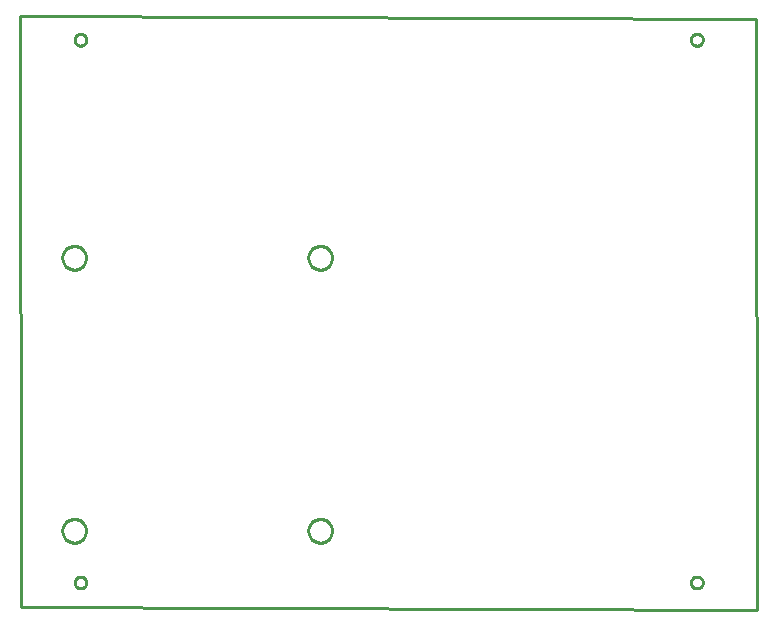
<source format=gko>
G04 EAGLE Gerber RS-274X export*
G75*
%MOMM*%
%FSLAX34Y34*%
%LPD*%
%IN*%
%IPPOS*%
%AMOC8*
5,1,8,0,0,1.08239X$1,22.5*%
G01*
%ADD10C,0.254000*%


D10*
X10800Y477050D02*
X11500Y-23300D01*
X635000Y-25600D01*
X634300Y474750D01*
X10800Y477050D01*
X67000Y-3022D02*
X66937Y-3580D01*
X66812Y-4128D01*
X66627Y-4658D01*
X66383Y-5164D01*
X66084Y-5639D01*
X65734Y-6078D01*
X65337Y-6476D01*
X64898Y-6826D01*
X64422Y-7125D01*
X63916Y-7368D01*
X63386Y-7554D01*
X62839Y-7679D01*
X62281Y-7742D01*
X61719Y-7742D01*
X61161Y-7679D01*
X60614Y-7554D01*
X60084Y-7368D01*
X59578Y-7125D01*
X59102Y-6826D01*
X58663Y-6476D01*
X58266Y-6078D01*
X57916Y-5639D01*
X57617Y-5164D01*
X57373Y-4658D01*
X57188Y-4128D01*
X57063Y-3580D01*
X57000Y-3022D01*
X57000Y-2461D01*
X57063Y-1903D01*
X57188Y-1355D01*
X57373Y-825D01*
X57617Y-319D01*
X57916Y156D01*
X58266Y595D01*
X58663Y993D01*
X59102Y1343D01*
X59578Y1642D01*
X60084Y1885D01*
X60614Y2071D01*
X61161Y2196D01*
X61719Y2259D01*
X62281Y2259D01*
X62839Y2196D01*
X63386Y2071D01*
X63916Y1885D01*
X64422Y1642D01*
X64898Y1343D01*
X65337Y993D01*
X65734Y595D01*
X66084Y156D01*
X66383Y-319D01*
X66627Y-825D01*
X66812Y-1355D01*
X66937Y-1903D01*
X67000Y-2461D01*
X67000Y-3022D01*
X67000Y456628D02*
X66937Y456070D01*
X66812Y455522D01*
X66627Y454992D01*
X66383Y454486D01*
X66084Y454011D01*
X65734Y453572D01*
X65337Y453174D01*
X64898Y452824D01*
X64422Y452526D01*
X63916Y452282D01*
X63386Y452096D01*
X62839Y451971D01*
X62281Y451909D01*
X61719Y451909D01*
X61161Y451971D01*
X60614Y452096D01*
X60084Y452282D01*
X59578Y452526D01*
X59102Y452824D01*
X58663Y453174D01*
X58266Y453572D01*
X57916Y454011D01*
X57617Y454486D01*
X57373Y454992D01*
X57188Y455522D01*
X57063Y456070D01*
X57000Y456628D01*
X57000Y457189D01*
X57063Y457747D01*
X57188Y458295D01*
X57373Y458825D01*
X57617Y459331D01*
X57916Y459806D01*
X58266Y460245D01*
X58663Y460643D01*
X59102Y460993D01*
X59578Y461292D01*
X60084Y461535D01*
X60614Y461721D01*
X61161Y461846D01*
X61719Y461909D01*
X62281Y461909D01*
X62839Y461846D01*
X63386Y461721D01*
X63916Y461535D01*
X64422Y461292D01*
X64898Y460993D01*
X65337Y460643D01*
X65734Y460245D01*
X66084Y459806D01*
X66383Y459331D01*
X66627Y458825D01*
X66812Y458295D01*
X66937Y457747D01*
X67000Y457189D01*
X67000Y456628D01*
X588875Y-3022D02*
X588812Y-3580D01*
X588687Y-4128D01*
X588502Y-4658D01*
X588258Y-5164D01*
X587959Y-5639D01*
X587609Y-6078D01*
X587212Y-6476D01*
X586773Y-6826D01*
X586297Y-7125D01*
X585791Y-7368D01*
X585261Y-7554D01*
X584714Y-7679D01*
X584156Y-7742D01*
X583594Y-7742D01*
X583036Y-7679D01*
X582489Y-7554D01*
X581959Y-7368D01*
X581453Y-7125D01*
X580977Y-6826D01*
X580538Y-6476D01*
X580141Y-6078D01*
X579791Y-5639D01*
X579492Y-5164D01*
X579248Y-4658D01*
X579063Y-4128D01*
X578938Y-3580D01*
X578875Y-3022D01*
X578875Y-2461D01*
X578938Y-1903D01*
X579063Y-1355D01*
X579248Y-825D01*
X579492Y-319D01*
X579791Y156D01*
X580141Y595D01*
X580538Y993D01*
X580977Y1343D01*
X581453Y1642D01*
X581959Y1885D01*
X582489Y2071D01*
X583036Y2196D01*
X583594Y2259D01*
X584156Y2259D01*
X584714Y2196D01*
X585261Y2071D01*
X585791Y1885D01*
X586297Y1642D01*
X586773Y1343D01*
X587212Y993D01*
X587609Y595D01*
X587959Y156D01*
X588258Y-319D01*
X588502Y-825D01*
X588687Y-1355D01*
X588812Y-1903D01*
X588875Y-2461D01*
X588875Y-3022D01*
X588875Y456628D02*
X588812Y456070D01*
X588687Y455522D01*
X588502Y454992D01*
X588258Y454486D01*
X587959Y454011D01*
X587609Y453572D01*
X587212Y453174D01*
X586773Y452824D01*
X586297Y452526D01*
X585791Y452282D01*
X585261Y452096D01*
X584714Y451971D01*
X584156Y451909D01*
X583594Y451909D01*
X583036Y451971D01*
X582489Y452096D01*
X581959Y452282D01*
X581453Y452526D01*
X580977Y452824D01*
X580538Y453174D01*
X580141Y453572D01*
X579791Y454011D01*
X579492Y454486D01*
X579248Y454992D01*
X579063Y455522D01*
X578938Y456070D01*
X578875Y456628D01*
X578875Y457189D01*
X578938Y457747D01*
X579063Y458295D01*
X579248Y458825D01*
X579492Y459331D01*
X579791Y459806D01*
X580141Y460245D01*
X580538Y460643D01*
X580977Y460993D01*
X581453Y461292D01*
X581959Y461535D01*
X582489Y461721D01*
X583036Y461846D01*
X583594Y461909D01*
X584156Y461909D01*
X584714Y461846D01*
X585261Y461721D01*
X585791Y461535D01*
X586297Y461292D01*
X586773Y460993D01*
X587212Y460643D01*
X587609Y460245D01*
X587959Y459806D01*
X588258Y459331D01*
X588502Y458825D01*
X588687Y458295D01*
X588812Y457747D01*
X588875Y457189D01*
X588875Y456628D01*
X66660Y271733D02*
X66584Y270864D01*
X66432Y270004D01*
X66206Y269160D01*
X65908Y268340D01*
X65539Y267548D01*
X65102Y266792D01*
X64601Y266077D01*
X64040Y265408D01*
X63422Y264790D01*
X62753Y264229D01*
X62038Y263728D01*
X61282Y263291D01*
X60490Y262922D01*
X59670Y262624D01*
X58826Y262398D01*
X57967Y262246D01*
X57097Y262170D01*
X56223Y262170D01*
X55354Y262246D01*
X54494Y262398D01*
X53650Y262624D01*
X52830Y262922D01*
X52038Y263291D01*
X51282Y263728D01*
X50567Y264229D01*
X49898Y264790D01*
X49280Y265408D01*
X48719Y266077D01*
X48218Y266792D01*
X47781Y267548D01*
X47412Y268340D01*
X47114Y269160D01*
X46888Y270004D01*
X46736Y270864D01*
X46660Y271733D01*
X46660Y272607D01*
X46736Y273477D01*
X46888Y274336D01*
X47114Y275180D01*
X47412Y276000D01*
X47781Y276792D01*
X48218Y277548D01*
X48719Y278263D01*
X49280Y278932D01*
X49898Y279550D01*
X50567Y280111D01*
X51282Y280612D01*
X52038Y281049D01*
X52830Y281418D01*
X53650Y281716D01*
X54494Y281942D01*
X55354Y282094D01*
X56223Y282170D01*
X57097Y282170D01*
X57967Y282094D01*
X58826Y281942D01*
X59670Y281716D01*
X60490Y281418D01*
X61282Y281049D01*
X62038Y280612D01*
X62753Y280111D01*
X63422Y279550D01*
X64040Y278932D01*
X64601Y278263D01*
X65102Y277548D01*
X65539Y276792D01*
X65908Y276000D01*
X66206Y275180D01*
X66432Y274336D01*
X66584Y273477D01*
X66660Y272607D01*
X66660Y271733D01*
X274940Y271733D02*
X274864Y270864D01*
X274712Y270004D01*
X274486Y269160D01*
X274188Y268340D01*
X273819Y267548D01*
X273382Y266792D01*
X272881Y266077D01*
X272320Y265408D01*
X271702Y264790D01*
X271033Y264229D01*
X270318Y263728D01*
X269562Y263291D01*
X268770Y262922D01*
X267950Y262624D01*
X267106Y262398D01*
X266247Y262246D01*
X265377Y262170D01*
X264503Y262170D01*
X263634Y262246D01*
X262774Y262398D01*
X261930Y262624D01*
X261110Y262922D01*
X260318Y263291D01*
X259562Y263728D01*
X258847Y264229D01*
X258178Y264790D01*
X257560Y265408D01*
X256999Y266077D01*
X256498Y266792D01*
X256061Y267548D01*
X255692Y268340D01*
X255394Y269160D01*
X255168Y270004D01*
X255016Y270864D01*
X254940Y271733D01*
X254940Y272607D01*
X255016Y273477D01*
X255168Y274336D01*
X255394Y275180D01*
X255692Y276000D01*
X256061Y276792D01*
X256498Y277548D01*
X256999Y278263D01*
X257560Y278932D01*
X258178Y279550D01*
X258847Y280111D01*
X259562Y280612D01*
X260318Y281049D01*
X261110Y281418D01*
X261930Y281716D01*
X262774Y281942D01*
X263634Y282094D01*
X264503Y282170D01*
X265377Y282170D01*
X266247Y282094D01*
X267106Y281942D01*
X267950Y281716D01*
X268770Y281418D01*
X269562Y281049D01*
X270318Y280612D01*
X271033Y280111D01*
X271702Y279550D01*
X272320Y278932D01*
X272881Y278263D01*
X273382Y277548D01*
X273819Y276792D01*
X274188Y276000D01*
X274486Y275180D01*
X274712Y274336D01*
X274864Y273477D01*
X274940Y272607D01*
X274940Y271733D01*
X274940Y40593D02*
X274864Y39724D01*
X274712Y38864D01*
X274486Y38020D01*
X274188Y37200D01*
X273819Y36408D01*
X273382Y35652D01*
X272881Y34937D01*
X272320Y34268D01*
X271702Y33650D01*
X271033Y33089D01*
X270318Y32588D01*
X269562Y32151D01*
X268770Y31782D01*
X267950Y31484D01*
X267106Y31258D01*
X266247Y31106D01*
X265377Y31030D01*
X264503Y31030D01*
X263634Y31106D01*
X262774Y31258D01*
X261930Y31484D01*
X261110Y31782D01*
X260318Y32151D01*
X259562Y32588D01*
X258847Y33089D01*
X258178Y33650D01*
X257560Y34268D01*
X256999Y34937D01*
X256498Y35652D01*
X256061Y36408D01*
X255692Y37200D01*
X255394Y38020D01*
X255168Y38864D01*
X255016Y39724D01*
X254940Y40593D01*
X254940Y41467D01*
X255016Y42337D01*
X255168Y43196D01*
X255394Y44040D01*
X255692Y44860D01*
X256061Y45652D01*
X256498Y46408D01*
X256999Y47123D01*
X257560Y47792D01*
X258178Y48410D01*
X258847Y48971D01*
X259562Y49472D01*
X260318Y49909D01*
X261110Y50278D01*
X261930Y50576D01*
X262774Y50802D01*
X263634Y50954D01*
X264503Y51030D01*
X265377Y51030D01*
X266247Y50954D01*
X267106Y50802D01*
X267950Y50576D01*
X268770Y50278D01*
X269562Y49909D01*
X270318Y49472D01*
X271033Y48971D01*
X271702Y48410D01*
X272320Y47792D01*
X272881Y47123D01*
X273382Y46408D01*
X273819Y45652D01*
X274188Y44860D01*
X274486Y44040D01*
X274712Y43196D01*
X274864Y42337D01*
X274940Y41467D01*
X274940Y40593D01*
X66660Y40593D02*
X66584Y39724D01*
X66432Y38864D01*
X66206Y38020D01*
X65908Y37200D01*
X65539Y36408D01*
X65102Y35652D01*
X64601Y34937D01*
X64040Y34268D01*
X63422Y33650D01*
X62753Y33089D01*
X62038Y32588D01*
X61282Y32151D01*
X60490Y31782D01*
X59670Y31484D01*
X58826Y31258D01*
X57967Y31106D01*
X57097Y31030D01*
X56223Y31030D01*
X55354Y31106D01*
X54494Y31258D01*
X53650Y31484D01*
X52830Y31782D01*
X52038Y32151D01*
X51282Y32588D01*
X50567Y33089D01*
X49898Y33650D01*
X49280Y34268D01*
X48719Y34937D01*
X48218Y35652D01*
X47781Y36408D01*
X47412Y37200D01*
X47114Y38020D01*
X46888Y38864D01*
X46736Y39724D01*
X46660Y40593D01*
X46660Y41467D01*
X46736Y42337D01*
X46888Y43196D01*
X47114Y44040D01*
X47412Y44860D01*
X47781Y45652D01*
X48218Y46408D01*
X48719Y47123D01*
X49280Y47792D01*
X49898Y48410D01*
X50567Y48971D01*
X51282Y49472D01*
X52038Y49909D01*
X52830Y50278D01*
X53650Y50576D01*
X54494Y50802D01*
X55354Y50954D01*
X56223Y51030D01*
X57097Y51030D01*
X57967Y50954D01*
X58826Y50802D01*
X59670Y50576D01*
X60490Y50278D01*
X61282Y49909D01*
X62038Y49472D01*
X62753Y48971D01*
X63422Y48410D01*
X64040Y47792D01*
X64601Y47123D01*
X65102Y46408D01*
X65539Y45652D01*
X65908Y44860D01*
X66206Y44040D01*
X66432Y43196D01*
X66584Y42337D01*
X66660Y41467D01*
X66660Y40593D01*
M02*

</source>
